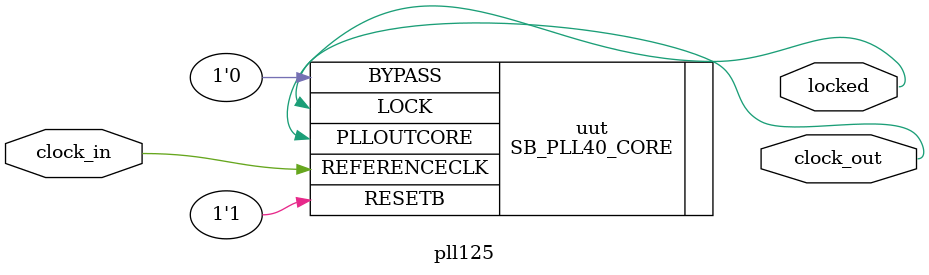
<source format=sv>

`default_nettype none
`timescale 1ns / 1ps

module top_pong (
    input  wire logic CLK_100,      // 100 MHz clock
    input  wire logic RP_INT,
    input  wire logic RP_TX,
    output wire logic DDMI_CK_P, DDMI_D2_P, DDMI_D1_P, DDMI_D0_P,
    output wire logic DDMI_CK_N, DDMI_D2_N, DDMI_D1_N, DDMI_D0_N,
    output wire logic PMOD_A1, PMOD_A2, PMOD_A3, PMOD_A4, PMOD_A7, PMOD_A8, PMOD_A9, PMOD_A10,
    output wire logic PMOD_B1, PMOD_B2, PMOD_B3, PMOD_B4, PMOD_B7, PMOD_B8, PMOD_B9, PMOD_B10,
	input wire logic BTN
    );

    // gameplay parameters
    localparam WIN        =  4;  // score needed to win a game (max 9)
    localparam SPEEDUP    =  5;  // speed up ball after this many shots (max 16)
    localparam BALL_SIZE  =  8;  // ball size in pixels
    localparam BALL_ISPX  =  5;  // initial horizontal ball speed
    localparam BALL_ISPY  =  3;  // initial vertical ball speed
    localparam PAD_HEIGHT = 128;  // paddle height in pixels
    localparam PAD_WIDTH  = 10;  // paddle width in pixels
    localparam PAD_OFFS   = 32;  // paddle distance from edge of screen in pixels
    localparam PAD_SPY    =  10;  // vertical paddle speed

    // keks interface
    logic clk_100mhz = CLK_100;
    logic [119:0] gamepad;

    rpint #() rpint_i (
        .clk(clk_pix),
        .resetn(resetn),
        .ldata(gamepad),
        .sclk(RP_INT),
        .mosi(RP_TX),
    );

    reg [7:0] dir = gamepad[71:64];
    reg [7:0] btns = gamepad[63:56];

	 //always_comb { PMOD_B1, PMOD_B2, PMOD_B3, PMOD_B4, PMOD_B7, PMOD_B8, PMOD_B9, PMOD_B10 } = dir;
	 always_comb { PMOD_A1, PMOD_A2, PMOD_A3, PMOD_A4, PMOD_A7, PMOD_A8, PMOD_A9, PMOD_A10 } = btns;

	logic PMOD_B2 = BTN;

    logic btn_fire = (btns != 4'b0000);
//    logic btn_up   = (dir == 8'h01);
//    logic btn_dn   = (dir == 8'h05);
    logic sig_up   = (dir == 8'h01);
    logic sig_dn   = (dir == 8'h05);

    reg [11:0] resetn_counter = 0;
    wire resetn = &resetn_counter;

    always @(posedge clk_100mhz) begin
       if (!clk_pix_locked)
          resetn_counter <= 0;
       else if (!resetn)
          resetn_counter <= resetn_counter + 1;
    end

    // generate pixel clock
    logic clk_x5;
    logic clk_pix;
    logic clk_pix_locked;
    pll125 pll125_i(clk_100mhz, clk_x5, clk_pix_locked);
    reg [4:0] clk_25mhz = 5'b000_11;
    always_ff @(posedge clk_x5) begin
        clk_25mhz <= {clk_25mhz[0], clk_25mhz[4:1]};
    end
    assign clk_pix = clk_25mhz[0];

    // display sync signals and coordinates
    localparam CORDW = 10;  // screen coordinate width in bits
    logic [CORDW-1:0] sx, sy;
    logic hsync, vsync, de;
    simple_480p display_inst (
        .clk_pix,
        .rst_pix(!clk_pix_locked),  // wait for clock lock
        .sx,
        .sy,
        .hsync,
        .vsync,
        .de
    );

   // hdmi output
   logic [1:0] out_tmds_red;
   logic [1:0] out_tmds_green;
   logic [1:0] out_tmds_blue;
   logic [1:0] out_tmds_clk;

   logic [3:0] dvi_p;
   logic [3:0] dvi_n;

   always_comb { DDMI_CK_P, DDMI_D2_P, DDMI_D1_P, DDMI_D0_P } = dvi_p;
   always_comb { DDMI_CK_N, DDMI_D2_N, DDMI_D1_N, DDMI_D0_N } = dvi_n;

   SB_LVCMOS SB_LVCMOS_RED (.DP(dvi_p[2]), .DN(dvi_n[2]), .clk_x5(clk_x5),
      .tmds_signal(out_tmds_red));
   SB_LVCMOS SB_LVCMOS_GREEN (.DP(dvi_p[1]), .DN(dvi_n[1]), .clk_x5(clk_x5),
      .tmds_signal(out_tmds_green));
   SB_LVCMOS SB_LVCMOS_BLUE (.DP(dvi_p[0]), .DN(dvi_n[0]), .clk_x5(clk_x5),
      .tmds_signal(out_tmds_blue));
   SB_LVCMOS SB_LVCMOS_CLK (.DP(dvi_p[3]), .DN(dvi_n[3]), .clk_x5(clk_x5),
      .tmds_signal(out_tmds_clk));

   hdmi_device #(
      .DDR_ENABLED(1)
   ) hdmi_device_i (
      .pclk(clk_pix),
      .tmds_clk(clk_x5),
      .in_vga_red({ display_r, 4'b0000 }),
      .in_vga_green({ display_g, 4'b0000 }),
      .in_vga_blue({ display_b, 4'b0000 }),
      .in_vga_blank(!de),
      .in_vga_vsync(vsync),
      .in_vga_hsync(hsync),
      .out_tmds_red(out_tmds_red),
      .out_tmds_green(out_tmds_green),
      .out_tmds_blue(out_tmds_blue),
      .out_tmds_clk(out_tmds_clk)
    );

    // screen dimensions (must match display_inst)
    localparam H_RES = 640;  // horizontal screen resolution
    localparam V_RES = 480;  // vertical screen resolution

    logic frame;  // high for one clock tick at the start of vertical blanking
    always_comb frame = (sy == V_RES && sx == 0);

    // scores
    logic [3:0] score_l;  // left-side score
    logic [3:0] score_r;  // right-side score

    // drawing signals
    logic ball, padl, padr;

    // ball properties
    logic [CORDW-1:0] ball_x, ball_y;  // position (origin at top left)
    logic [CORDW-1:0] ball_spx;        // horizontal speed (pixels/frame)
    logic [CORDW-1:0] ball_spy;        // vertical speed (pixels/frame)
    logic [3:0] shot_cnt;              // shot counter
    logic ball_dx, ball_dy;            // direction: 0 is right/down
    logic ball_dx_prev;                // direction in previous tick (for shot counting)
    logic coll_r, coll_l;              // screen collision flags

    // paddle properties
    logic [CORDW-1:0] padl_y, padr_y;  // vertical position of left and right paddles
    logic [CORDW-1:0] ai_y, play_y;    // vertical position of AI and player paddle

    // link paddles to AI or player
    always_comb begin
        padl_y = play_y;
        padr_y = ai_y;
    end

    // debounce buttons
    logic sig_fire, sig_up, sig_dn;
    /* verilator lint_off PINCONNECTEMPTY */
    debounce deb_fire (.clk(clk_pix), .in(btn_fire), .out(), .ondn(), .onup(sig_fire));
//    debounce deb_up (.clk(clk_pix), .in(btn_up), .out(sig_up), .ondn(), .onup());
//    debounce deb_dn (.clk(clk_pix), .in(btn_dn), .out(sig_dn), .ondn(), .onup());
    /* verilator lint_on PINCONNECTEMPTY */

    // game state
    enum {NEW_GAME, POSITION, READY, POINT, END_GAME, PLAY} state, state_next;
    always_comb begin
        case (state)
            NEW_GAME: state_next = POSITION;
            POSITION: state_next = READY;
            READY: state_next = (sig_fire) ? PLAY : READY;
            POINT: state_next = (sig_fire) ? POSITION : POINT;
            END_GAME: state_next = (sig_fire) ? NEW_GAME : END_GAME;
            PLAY: begin
                if (coll_l || coll_r) begin
                    if ((score_l == WIN) || (score_r == WIN)) state_next = END_GAME;
                    else state_next = POINT;
                end else state_next = PLAY;
            end
            default: state_next = NEW_GAME;
        endcase
        if (!resetn) state_next = NEW_GAME;
    end

    // update game state
    always_ff @(posedge clk_pix) state <= state_next;

    // AI paddle control
    always_ff @(posedge clk_pix) begin
        if (state == POSITION) ai_y <= (V_RES - PAD_HEIGHT)/2;
        else if (frame && state == PLAY) begin
            if (ai_y + PAD_HEIGHT/2 < ball_y) begin  // ball below
                if (ai_y + PAD_HEIGHT + PAD_SPY >= V_RES-1) begin  // bottom of screen?
                    ai_y <= V_RES - PAD_HEIGHT - 1;  // move down as far as we can
                end else ai_y <= ai_y + PAD_SPY;  // move down
            end else if (ai_y + PAD_HEIGHT/2 > ball_y + BALL_SIZE) begin // ball above
                if (ai_y < PAD_SPY) begin  // top of screen
                    ai_y <= 0;  // move up as far as we can
                end else ai_y <= ai_y - PAD_SPY;  // move up
            end
        end
    end

    // Player paddle control
    always_ff @(posedge clk_pix) begin
        if (state == POSITION) play_y <= (V_RES - PAD_HEIGHT)/2;
        else if (frame && state == PLAY) begin
            if (sig_dn) begin
                if (play_y + PAD_HEIGHT + PAD_SPY >= V_RES-1) begin  // bottom of screen?
                    play_y <= V_RES - PAD_HEIGHT - 1;  // move down as far as we can
                end else play_y <= play_y + PAD_SPY;  // move down
            end else if (sig_up) begin
                if (play_y < PAD_SPY) begin  // top of screen
                    play_y <= 0;  // move up as far as we can
                end else play_y <= play_y - PAD_SPY;  // move up
            end
        end
    end

    // ball control
    always_ff @(posedge clk_pix) begin

        case (state)
            NEW_GAME: begin
                score_l <= 0;  // reset score
                score_r <= 0;
            end

            POSITION: begin
                coll_l <= 0;  // reset screen collision flags
                coll_r <= 0;
                ball_spx <= BALL_ISPX;  // reset speed
                ball_spy <= BALL_ISPY;
                shot_cnt <= 0;  // reset shot count

                // centre ball vertically and position on paddle (right or left)
                ball_y <= (V_RES - BALL_SIZE)/2;
                if (coll_r) begin
                    ball_x <= H_RES - (PAD_OFFS + PAD_WIDTH + BALL_SIZE);
                    ball_dx <= 1;  // move left
                end else begin
                    ball_x <= PAD_OFFS + PAD_WIDTH;
                    ball_dx <= 0;  // move right
                end
            end

            PLAY: begin
                if (frame) begin
                    // horizontal ball position
                    if (ball_dx == 0) begin  // moving right
                        if (ball_x + BALL_SIZE + ball_spx >= H_RES-1) begin
                            ball_x <= H_RES-BALL_SIZE;  // move to edge of screen
                            score_l <= score_l + 1;
                            coll_r <= 1;
                        end else ball_x <= ball_x + ball_spx;
                    end else begin  // moving left
                        if (ball_x < ball_spx) begin
                            ball_x <= 0;  // move to edge of screen
                            score_r <= score_r + 1;
                            coll_l <= 1;
                        end else ball_x <= ball_x - ball_spx;
                    end

                    // vertical ball position
                    if (ball_dy == 0) begin  // moving down
                        if (ball_y + BALL_SIZE + ball_spy >= V_RES-1)
                            ball_dy <= 1;  // move up next frame
                        else ball_y <= ball_y + ball_spy;
                    end else begin  // moving up
                        if (ball_y < ball_spy)
                            ball_dy <= 0;  // move down next frame
                        else ball_y <= ball_y - ball_spy;
                    end

                    // ball speed increases after SPEEDUP shots
                    if (ball_dx_prev != ball_dx) shot_cnt <= shot_cnt + 1;
                    if (shot_cnt == SPEEDUP) begin  // increase ball speed
                        ball_spx <= (ball_spx < PAD_WIDTH) ? ball_spx + 1 : ball_spx;
                        ball_spy <= ball_spy + 1;
                        shot_cnt <= 0;
                    end
                end
            end
        endcase

        // change direction if ball collides with paddle
        if (ball && padl && ball_dx==1) ball_dx <= 0;  // left paddle
        if (ball && padr && ball_dx==0) ball_dx <= 1;  // right paddle

        // record ball direction in previous frame
        if (frame) ball_dx_prev <= ball_dx;
    end

    // check for ball and paddles at current screen position (sx,sy)
    always_comb begin
        ball = (sx >= ball_x) && (sx < ball_x + BALL_SIZE)
               && (sy >= ball_y) && (sy < ball_y + BALL_SIZE);
        padl = (sx >= PAD_OFFS) && (sx < PAD_OFFS + PAD_WIDTH)
               && (sy >= padl_y) && (sy < padl_y + PAD_HEIGHT);
        padr = (sx >= H_RES - PAD_OFFS - PAD_WIDTH - 1) && (sx < H_RES - PAD_OFFS - 1)
               && (sy >= padr_y) && (sy < padr_y + PAD_HEIGHT);
    end

    // draw the score
    logic pix_score;  // pixel of score char
    simple_score simple_score_inst (
        .clk_pix,
        .sx,
        .sy,
        .score_l,
        .score_r,
        .pix(pix_score)
    );

    // paint colour
    logic [3:0] paint_r, paint_g, paint_b;
    always_comb begin
        if (pix_score) {paint_r, paint_g, paint_b} = 12'hF30;  // score
        else if (ball) {paint_r, paint_g, paint_b} = 12'hFC0;  // ball
        else if (padl || padr) {paint_r, paint_g, paint_b} = 12'hFFF;  // paddles
        else {paint_r, paint_g, paint_b} = 12'h137;  // background
    end

    // display colour: paint colour but black in blanking interval
    logic [3:0] display_r, display_g, display_b;
    always_comb begin
        display_r = (de) ? paint_r : 4'h0;
        display_g = (de) ? paint_g : 4'h0;
        display_b = (de) ? paint_b : 4'h0;
    end

endmodule

module pll125(
    input  clock_in,
    output clock_out,
    output locked
);

    SB_PLL40_CORE #(
        .FEEDBACK_PATH("SIMPLE"),
        .DIVR(4'b0000),         // DIVR =  0
        .DIVF(7'b0001001),      // DIVF =  9
        .DIVQ(3'b011),          // DIVQ =  3
        .FILTER_RANGE(3'b101)   // FILTER_RANGE = 5
    ) uut (
        .LOCK(locked),
        .RESETB(1'b1),
        .BYPASS(1'b0),
        .REFERENCECLK(clock_in),
        .PLLOUTCORE(clock_out)
    );

endmodule

</source>
